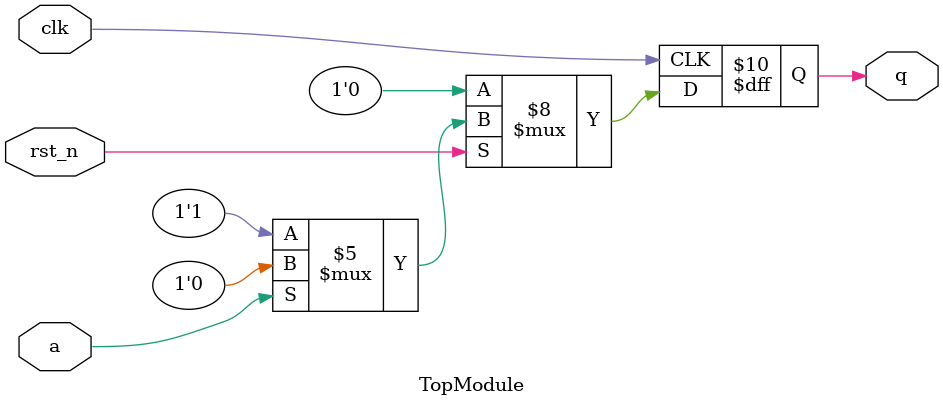
<source format=sv>
module TopModule (
    input logic clk,    // Clock signal, positive edge-triggered
    input logic a,      // 1-bit input signal
    input logic rst_n,  // Active-low synchronous reset
    output logic q      // 1-bit output signal, register type
);

    always @(posedge clk) begin
        if (!rst_n)
            q <= 1'b0;
        else if (a == 1'b0)
            q <= 1'b1;
        else
            q <= 1'b0;
    end

endmodule
</source>
